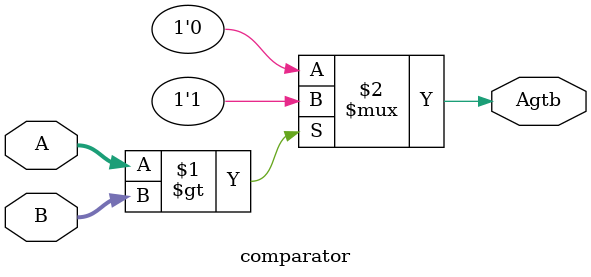
<source format=v>

module comparator #(parameter DATA_WIDTH = 8)(
 input  [DATA_WIDTH-1:0] A,B,
 output  Agtb);
assign Agtb=(A>B)?  1'b1 : 1'b0;
endmodule
</source>
